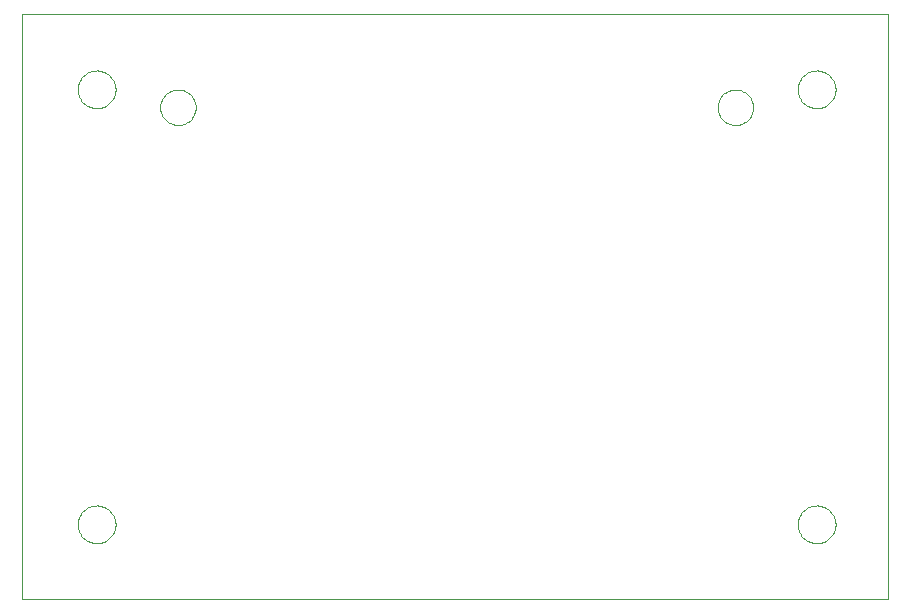
<source format=gbo>
G75*
%MOIN*%
%OFA0B0*%
%FSLAX24Y24*%
%IPPOS*%
%LPD*%
%AMOC8*
5,1,8,0,0,1.08239X$1,22.5*
%
%ADD10C,0.0000*%
D10*
X000100Y000100D02*
X000100Y019596D01*
X028970Y019596D01*
X028970Y000100D01*
X000100Y000100D01*
X001970Y002600D02*
X001972Y002650D01*
X001978Y002700D01*
X001988Y002749D01*
X002002Y002797D01*
X002019Y002844D01*
X002040Y002889D01*
X002065Y002933D01*
X002093Y002974D01*
X002125Y003013D01*
X002159Y003050D01*
X002196Y003084D01*
X002236Y003114D01*
X002278Y003141D01*
X002322Y003165D01*
X002368Y003186D01*
X002415Y003202D01*
X002463Y003215D01*
X002513Y003224D01*
X002562Y003229D01*
X002613Y003230D01*
X002663Y003227D01*
X002712Y003220D01*
X002761Y003209D01*
X002809Y003194D01*
X002855Y003176D01*
X002900Y003154D01*
X002943Y003128D01*
X002984Y003099D01*
X003023Y003067D01*
X003059Y003032D01*
X003091Y002994D01*
X003121Y002954D01*
X003148Y002911D01*
X003171Y002867D01*
X003190Y002821D01*
X003206Y002773D01*
X003218Y002724D01*
X003226Y002675D01*
X003230Y002625D01*
X003230Y002575D01*
X003226Y002525D01*
X003218Y002476D01*
X003206Y002427D01*
X003190Y002379D01*
X003171Y002333D01*
X003148Y002289D01*
X003121Y002246D01*
X003091Y002206D01*
X003059Y002168D01*
X003023Y002133D01*
X002984Y002101D01*
X002943Y002072D01*
X002900Y002046D01*
X002855Y002024D01*
X002809Y002006D01*
X002761Y001991D01*
X002712Y001980D01*
X002663Y001973D01*
X002613Y001970D01*
X002562Y001971D01*
X002513Y001976D01*
X002463Y001985D01*
X002415Y001998D01*
X002368Y002014D01*
X002322Y002035D01*
X002278Y002059D01*
X002236Y002086D01*
X002196Y002116D01*
X002159Y002150D01*
X002125Y002187D01*
X002093Y002226D01*
X002065Y002267D01*
X002040Y002311D01*
X002019Y002356D01*
X002002Y002403D01*
X001988Y002451D01*
X001978Y002500D01*
X001972Y002550D01*
X001970Y002600D01*
X004718Y016502D02*
X004720Y016550D01*
X004726Y016598D01*
X004736Y016645D01*
X004749Y016691D01*
X004767Y016736D01*
X004787Y016780D01*
X004812Y016822D01*
X004840Y016861D01*
X004870Y016898D01*
X004904Y016932D01*
X004941Y016964D01*
X004979Y016993D01*
X005020Y017018D01*
X005063Y017040D01*
X005108Y017058D01*
X005154Y017072D01*
X005201Y017083D01*
X005249Y017090D01*
X005297Y017093D01*
X005345Y017092D01*
X005393Y017087D01*
X005441Y017078D01*
X005487Y017066D01*
X005532Y017049D01*
X005576Y017029D01*
X005618Y017006D01*
X005658Y016979D01*
X005696Y016949D01*
X005731Y016916D01*
X005763Y016880D01*
X005793Y016842D01*
X005819Y016801D01*
X005841Y016758D01*
X005861Y016714D01*
X005876Y016669D01*
X005888Y016622D01*
X005896Y016574D01*
X005900Y016526D01*
X005900Y016478D01*
X005896Y016430D01*
X005888Y016382D01*
X005876Y016335D01*
X005861Y016290D01*
X005841Y016246D01*
X005819Y016203D01*
X005793Y016162D01*
X005763Y016124D01*
X005731Y016088D01*
X005696Y016055D01*
X005658Y016025D01*
X005618Y015998D01*
X005576Y015975D01*
X005532Y015955D01*
X005487Y015938D01*
X005441Y015926D01*
X005393Y015917D01*
X005345Y015912D01*
X005297Y015911D01*
X005249Y015914D01*
X005201Y015921D01*
X005154Y015932D01*
X005108Y015946D01*
X005063Y015964D01*
X005020Y015986D01*
X004979Y016011D01*
X004941Y016040D01*
X004904Y016072D01*
X004870Y016106D01*
X004840Y016143D01*
X004812Y016182D01*
X004787Y016224D01*
X004767Y016268D01*
X004749Y016313D01*
X004736Y016359D01*
X004726Y016406D01*
X004720Y016454D01*
X004718Y016502D01*
X001970Y017100D02*
X001972Y017150D01*
X001978Y017200D01*
X001988Y017249D01*
X002002Y017297D01*
X002019Y017344D01*
X002040Y017389D01*
X002065Y017433D01*
X002093Y017474D01*
X002125Y017513D01*
X002159Y017550D01*
X002196Y017584D01*
X002236Y017614D01*
X002278Y017641D01*
X002322Y017665D01*
X002368Y017686D01*
X002415Y017702D01*
X002463Y017715D01*
X002513Y017724D01*
X002562Y017729D01*
X002613Y017730D01*
X002663Y017727D01*
X002712Y017720D01*
X002761Y017709D01*
X002809Y017694D01*
X002855Y017676D01*
X002900Y017654D01*
X002943Y017628D01*
X002984Y017599D01*
X003023Y017567D01*
X003059Y017532D01*
X003091Y017494D01*
X003121Y017454D01*
X003148Y017411D01*
X003171Y017367D01*
X003190Y017321D01*
X003206Y017273D01*
X003218Y017224D01*
X003226Y017175D01*
X003230Y017125D01*
X003230Y017075D01*
X003226Y017025D01*
X003218Y016976D01*
X003206Y016927D01*
X003190Y016879D01*
X003171Y016833D01*
X003148Y016789D01*
X003121Y016746D01*
X003091Y016706D01*
X003059Y016668D01*
X003023Y016633D01*
X002984Y016601D01*
X002943Y016572D01*
X002900Y016546D01*
X002855Y016524D01*
X002809Y016506D01*
X002761Y016491D01*
X002712Y016480D01*
X002663Y016473D01*
X002613Y016470D01*
X002562Y016471D01*
X002513Y016476D01*
X002463Y016485D01*
X002415Y016498D01*
X002368Y016514D01*
X002322Y016535D01*
X002278Y016559D01*
X002236Y016586D01*
X002196Y016616D01*
X002159Y016650D01*
X002125Y016687D01*
X002093Y016726D01*
X002065Y016767D01*
X002040Y016811D01*
X002019Y016856D01*
X002002Y016903D01*
X001988Y016951D01*
X001978Y017000D01*
X001972Y017050D01*
X001970Y017100D01*
X023300Y016502D02*
X023302Y016550D01*
X023308Y016598D01*
X023318Y016645D01*
X023331Y016691D01*
X023349Y016736D01*
X023369Y016780D01*
X023394Y016822D01*
X023422Y016861D01*
X023452Y016898D01*
X023486Y016932D01*
X023523Y016964D01*
X023561Y016993D01*
X023602Y017018D01*
X023645Y017040D01*
X023690Y017058D01*
X023736Y017072D01*
X023783Y017083D01*
X023831Y017090D01*
X023879Y017093D01*
X023927Y017092D01*
X023975Y017087D01*
X024023Y017078D01*
X024069Y017066D01*
X024114Y017049D01*
X024158Y017029D01*
X024200Y017006D01*
X024240Y016979D01*
X024278Y016949D01*
X024313Y016916D01*
X024345Y016880D01*
X024375Y016842D01*
X024401Y016801D01*
X024423Y016758D01*
X024443Y016714D01*
X024458Y016669D01*
X024470Y016622D01*
X024478Y016574D01*
X024482Y016526D01*
X024482Y016478D01*
X024478Y016430D01*
X024470Y016382D01*
X024458Y016335D01*
X024443Y016290D01*
X024423Y016246D01*
X024401Y016203D01*
X024375Y016162D01*
X024345Y016124D01*
X024313Y016088D01*
X024278Y016055D01*
X024240Y016025D01*
X024200Y015998D01*
X024158Y015975D01*
X024114Y015955D01*
X024069Y015938D01*
X024023Y015926D01*
X023975Y015917D01*
X023927Y015912D01*
X023879Y015911D01*
X023831Y015914D01*
X023783Y015921D01*
X023736Y015932D01*
X023690Y015946D01*
X023645Y015964D01*
X023602Y015986D01*
X023561Y016011D01*
X023523Y016040D01*
X023486Y016072D01*
X023452Y016106D01*
X023422Y016143D01*
X023394Y016182D01*
X023369Y016224D01*
X023349Y016268D01*
X023331Y016313D01*
X023318Y016359D01*
X023308Y016406D01*
X023302Y016454D01*
X023300Y016502D01*
X025970Y017100D02*
X025972Y017150D01*
X025978Y017200D01*
X025988Y017249D01*
X026002Y017297D01*
X026019Y017344D01*
X026040Y017389D01*
X026065Y017433D01*
X026093Y017474D01*
X026125Y017513D01*
X026159Y017550D01*
X026196Y017584D01*
X026236Y017614D01*
X026278Y017641D01*
X026322Y017665D01*
X026368Y017686D01*
X026415Y017702D01*
X026463Y017715D01*
X026513Y017724D01*
X026562Y017729D01*
X026613Y017730D01*
X026663Y017727D01*
X026712Y017720D01*
X026761Y017709D01*
X026809Y017694D01*
X026855Y017676D01*
X026900Y017654D01*
X026943Y017628D01*
X026984Y017599D01*
X027023Y017567D01*
X027059Y017532D01*
X027091Y017494D01*
X027121Y017454D01*
X027148Y017411D01*
X027171Y017367D01*
X027190Y017321D01*
X027206Y017273D01*
X027218Y017224D01*
X027226Y017175D01*
X027230Y017125D01*
X027230Y017075D01*
X027226Y017025D01*
X027218Y016976D01*
X027206Y016927D01*
X027190Y016879D01*
X027171Y016833D01*
X027148Y016789D01*
X027121Y016746D01*
X027091Y016706D01*
X027059Y016668D01*
X027023Y016633D01*
X026984Y016601D01*
X026943Y016572D01*
X026900Y016546D01*
X026855Y016524D01*
X026809Y016506D01*
X026761Y016491D01*
X026712Y016480D01*
X026663Y016473D01*
X026613Y016470D01*
X026562Y016471D01*
X026513Y016476D01*
X026463Y016485D01*
X026415Y016498D01*
X026368Y016514D01*
X026322Y016535D01*
X026278Y016559D01*
X026236Y016586D01*
X026196Y016616D01*
X026159Y016650D01*
X026125Y016687D01*
X026093Y016726D01*
X026065Y016767D01*
X026040Y016811D01*
X026019Y016856D01*
X026002Y016903D01*
X025988Y016951D01*
X025978Y017000D01*
X025972Y017050D01*
X025970Y017100D01*
X025970Y002600D02*
X025972Y002650D01*
X025978Y002700D01*
X025988Y002749D01*
X026002Y002797D01*
X026019Y002844D01*
X026040Y002889D01*
X026065Y002933D01*
X026093Y002974D01*
X026125Y003013D01*
X026159Y003050D01*
X026196Y003084D01*
X026236Y003114D01*
X026278Y003141D01*
X026322Y003165D01*
X026368Y003186D01*
X026415Y003202D01*
X026463Y003215D01*
X026513Y003224D01*
X026562Y003229D01*
X026613Y003230D01*
X026663Y003227D01*
X026712Y003220D01*
X026761Y003209D01*
X026809Y003194D01*
X026855Y003176D01*
X026900Y003154D01*
X026943Y003128D01*
X026984Y003099D01*
X027023Y003067D01*
X027059Y003032D01*
X027091Y002994D01*
X027121Y002954D01*
X027148Y002911D01*
X027171Y002867D01*
X027190Y002821D01*
X027206Y002773D01*
X027218Y002724D01*
X027226Y002675D01*
X027230Y002625D01*
X027230Y002575D01*
X027226Y002525D01*
X027218Y002476D01*
X027206Y002427D01*
X027190Y002379D01*
X027171Y002333D01*
X027148Y002289D01*
X027121Y002246D01*
X027091Y002206D01*
X027059Y002168D01*
X027023Y002133D01*
X026984Y002101D01*
X026943Y002072D01*
X026900Y002046D01*
X026855Y002024D01*
X026809Y002006D01*
X026761Y001991D01*
X026712Y001980D01*
X026663Y001973D01*
X026613Y001970D01*
X026562Y001971D01*
X026513Y001976D01*
X026463Y001985D01*
X026415Y001998D01*
X026368Y002014D01*
X026322Y002035D01*
X026278Y002059D01*
X026236Y002086D01*
X026196Y002116D01*
X026159Y002150D01*
X026125Y002187D01*
X026093Y002226D01*
X026065Y002267D01*
X026040Y002311D01*
X026019Y002356D01*
X026002Y002403D01*
X025988Y002451D01*
X025978Y002500D01*
X025972Y002550D01*
X025970Y002600D01*
M02*

</source>
